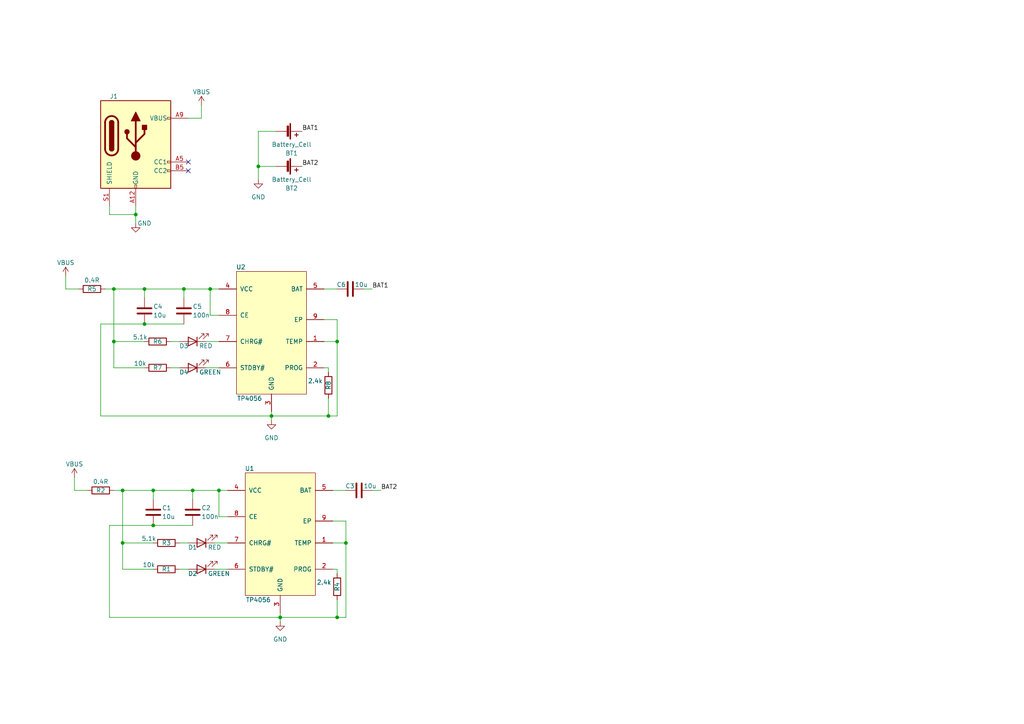
<source format=kicad_sch>
(kicad_sch (version 20230121) (generator eeschema)
  (paper "A4")
  (title_block (date "2023-12-04"))
  (lib_symbols
    (symbol "Connector:USB_C_Receptacle_PowerOnly_6P" (pin_names (offset 1.016))
      (property "Reference" "J" (at 0 16.51 0))
      (property "Value" "USB_C_Receptacle_PowerOnly_6P" (at 0 13.97 0))
      (symbol "USB_C_Receptacle_PowerOnly_6P_0_0"
        (rectangle (start -0.254 -12.7) (end 0.254 -11.684))
        (rectangle (start 10.16 -7.366) (end 9.144 -7.874))
        (rectangle (start 10.16 -4.826) (end 9.144 -5.334))
        (rectangle (start 10.16 7.874) (end 9.144 7.366))
      )
      (symbol "USB_C_Receptacle_PowerOnly_6P_0_1"
        (rectangle (start -10.16 12.7) (end 10.16 -12.7) (stroke (width 0.254)) (fill (type background)))
        (arc (start -8.89 -1.27) (mid -6.985 -3.1667) (end -5.08 -1.27) (stroke (width 0.508)))
        (arc (start -7.62 -1.27) (mid -6.985 -1.9023) (end -6.35 -1.27) (stroke (width 0.254)))
        (arc (start -7.62 -1.27) (mid -6.985 -1.9023) (end -6.35 -1.27) (stroke (width 0.254)) (fill (type outline)))
        (rectangle (start -7.62 -1.27) (end -6.35 6.35) (stroke (width 0.254)) (fill (type outline)))
        (arc (start -6.35 6.35) (mid -6.985 6.9823) (end -7.62 6.35) (stroke (width 0.254)))
        (arc (start -6.35 6.35) (mid -6.985 6.9823) (end -7.62 6.35) (stroke (width 0.254)) (fill (type outline)))
        (arc (start -5.08 6.35) (mid -6.985 8.2467) (end -8.89 6.35) (stroke (width 0.508)))
        (circle (center -2.54 3.683) (radius 0.635) (stroke (width 0.254)) (fill (type outline)))
        (circle (center 0 -3.302) (radius 1.27) (fill (type outline)))
        (polyline (pts (xy -8.89 -1.27) (xy -8.89 6.35)) (stroke (width 0.508)))
        (polyline (pts (xy -5.08 6.35) (xy -5.08 -1.27)) (stroke (width 0.508)))
        (polyline (pts (xy 0 -3.302) (xy 0 6.858)) (stroke (width 0.508)))
        (polyline (pts (xy 0 -0.762) (xy -2.54 1.778) (xy -2.54 3.048)) (stroke (width 0.508)))
        (polyline (pts (xy 0 0.508) (xy 2.54 3.048) (xy 2.54 4.318)) (stroke (width 0.508)))
        (polyline (pts (xy -1.27 6.858) (xy 0 9.398) (xy 1.27 6.858) (xy -1.27 6.858)) (stroke (width 0.254)) (fill (type outline)))
        (rectangle (start 1.905 4.318) (end 3.175 5.588) (stroke (width 0.254)) (fill (type outline)))
      )
      (symbol "USB_C_Receptacle_PowerOnly_6P_1_1"
        (pin passive line (at 0 -17.78 90) (length 5.08) (name "GND") (number "A12"))
        (pin bidirectional line (at 15.24 -5.08 180) (length 5.08) (name "CC1") (number "A5"))
        (pin passive line (at 15.24 7.62 180) (length 5.08) (name "VBUS") (number "A9"))
        (pin passive line (at 0 -17.78 90) (length 5.08) hide (name "GND") (number "B12"))
        (pin bidirectional line (at 15.24 -7.62 180) (length 5.08) (name "CC2") (number "B5"))
        (pin passive line (at 15.24 7.62 180) (length 5.08) hide (name "VBUS") (number "B9"))
        (pin passive line (at -7.62 -17.78 90) (length 5.08) (name "SHIELD") (number "S1"))
      )
    )
    (symbol "Device:Battery_Cell" (pin_numbers hide) (pin_names (offset 0) hide)
      (property "Reference" "BT" (at 2.54 2.54 0))
      (property "Value" "Battery_Cell" (at 2.54 0 0))
      (symbol "Battery_Cell_0_1"
        (rectangle (start -2.286 1.778) (end 2.286 1.524) (fill (type outline)))
        (rectangle (start -1.5748 1.1938) (end 1.4732 0.6858) (fill (type outline)))
        (polyline (pts (xy 0 0.762) (xy 0 0)))
        (polyline (pts (xy 0 1.778) (xy 0 2.54)))
        (polyline (pts (xy 0.508 3.429) (xy 1.524 3.429)) (stroke (width 0.254)))
        (polyline (pts (xy 1.016 3.937) (xy 1.016 2.921)) (stroke (width 0.254)))
      )
      (symbol "Battery_Cell_1_1"
        (pin passive line (at 0 5.08 270) (length 2.54) (name "+") (number "1"))
        (pin passive line (at 0 -2.54 90) (length 2.54) (name "-") (number "2"))
      )
    )
    (symbol "Device:C" (pin_numbers hide) (pin_names (offset 0.254))
      (property "Reference" "C" (at 0.635 2.54 0))
      (property "Value" "C" (at 0.635 -2.54 0))
      (symbol "C_0_1"
        (polyline (pts (xy -2.032 -0.762) (xy 2.032 -0.762)) (stroke (width 0.508)))
        (polyline (pts (xy -2.032 0.762) (xy 2.032 0.762)) (stroke (width 0.508)))
      )
      (symbol "C_1_1"
        (pin passive line (at 0 3.81 270) (length 2.794) (name "~") (number "1"))
        (pin passive line (at 0 -3.81 90) (length 2.794) (name "~") (number "2"))
      )
    )
    (symbol "Device:LED" (pin_numbers hide) (pin_names (offset 1.016) hide)
      (property "Reference" "D" (at 0 2.54 0))
      (property "Value" "LED" (at 0 -2.54 0))
      (symbol "LED_0_1"
        (polyline (pts (xy -1.27 -1.27) (xy -1.27 1.27)) (stroke (width 0.254)))
        (polyline (pts (xy -1.27 0) (xy 1.27 0)))
        (polyline (pts (xy 1.27 -1.27) (xy 1.27 1.27) (xy -1.27 0) (xy 1.27 -1.27)) (stroke (width 0.254)))
        (polyline (pts (xy -3.048 -0.762) (xy -4.572 -2.286) (xy -3.81 -2.286) (xy -4.572 -2.286) (xy -4.572 -1.524)))
        (polyline (pts (xy -1.778 -0.762) (xy -3.302 -2.286) (xy -2.54 -2.286) (xy -3.302 -2.286) (xy -3.302 -1.524)))
      )
      (symbol "LED_1_1"
        (pin passive line (at -3.81 0 0) (length 2.54) (name "K") (number "1"))
        (pin passive line (at 3.81 0 180) (length 2.54) (name "A") (number "2"))
      )
    )
    (symbol "Device:R" (pin_numbers hide) (pin_names (offset 0))
      (property "Reference" "R" (at 2.032 0 90))
      (property "Value" "R" (at 0 0 90))
      (symbol "R_0_1"
        (rectangle (start -1.016 -2.54) (end 1.016 2.54) (stroke (width 0.254)))
      )
      (symbol "R_1_1"
        (pin passive line (at 0 3.81 270) (length 1.27) (name "~") (number "1"))
        (pin passive line (at 0 -3.81 90) (length 1.27) (name "~") (number "2"))
      )
    )
    (symbol "bat_rf:TP4056" (pin_names (offset 1.016))
      (property "Reference" "U" (at 0 22.86 0))
      (property "Value" "TP4056" (at 0 27.94 0))
      (symbol "TP4056_1_1"
        (rectangle (start -10.16 20.32) (end 10.16 -15.24) (stroke (width 0.1524)) (fill (type background)))
        (pin input line (at 15.24 0 180) (length 5.08) (name "TEMP") (number "1"))
        (pin input line (at 15.24 -7.62 180) (length 5.08) (name "PROG") (number "2"))
        (pin input line (at 0 -20.32 90) (length 5.08) (name "GND") (number "3"))
        (pin input line (at -15.24 15.24 0) (length 5.08) (name "VCC") (number "4"))
        (pin input line (at 15.24 15.24 180) (length 5.08) (name "BAT") (number "5"))
        (pin input line (at -15.24 -7.62 0) (length 5.08) (name "STDBY#") (number "6"))
        (pin input line (at -15.24 0 0) (length 5.08) (name "CHRG#") (number "7"))
        (pin input line (at -15.24 7.62 0) (length 5.08) (name "CE") (number "8"))
        (pin input line (at 15.24 6.35 180) (length 5.08) (name "EP") (number "9"))
      )
    )
    (symbol "power:GND" (power) (pin_names (offset 0))
      (property "Value" "GND" (at 0 -3.81 0))
      (symbol "GND_0_1"
        (polyline (pts (xy 0 0) (xy 0 -1.27) (xy 1.27 -1.27) (xy 0 -2.54) (xy -1.27 -1.27) (xy 0 -1.27)))
      )
      (symbol "GND_1_1"
        (pin power_in line (at 0 0 270) (length 0) hide (name "GND") (number "1"))
      )
    )
    (symbol "power:VBUS" (power) (pin_names (offset 0))
      (property "Value" "VBUS" (at 0 3.81 0))
      (symbol "VBUS_0_1"
        (polyline (pts (xy -0.762 1.27) (xy 0 2.54)))
        (polyline (pts (xy 0 0) (xy 0 2.54)))
        (polyline (pts (xy 0 2.54) (xy 0.762 1.27)))
      )
      (symbol "VBUS_1_1"
        (pin power_in line (at 0 0 90) (length 0) hide (name "VBUS") (number "1"))
      )
    )
  )
  (junction (at 60.96 83.82))
  (junction (at 41.91 93.98))
  (junction (at 33.02 99.06))
  (junction (at 41.91 83.82))
  (junction (at 63.5 142.24))
  (junction (at 78.74 120.65))
  (junction (at 97.79 99.06))
  (junction (at 44.45 152.4))
  (junction (at 97.79 179.07))
  (junction (at 81.28 179.07))
  (junction (at 39.37 62.23))
  (junction (at 35.56 142.24))
  (junction (at 53.34 83.82))
  (junction (at 74.93 48.26))
  (junction (at 100.33 157.48))
  (junction (at 44.45 142.24))
  (junction (at 55.88 142.24))
  (junction (at 35.56 157.48))
  (junction (at 95.25 120.65))
  (junction (at 33.02 83.82))
  (no_connect (at 54.61 46.99))
  (no_connect (at 54.61 49.53))
  (wire (pts (xy 44.45 142.24) (xy 44.45 144.78)))
  (wire (pts (xy 33.02 99.06) (xy 33.02 106.68)))
  (wire (pts (xy 31.75 152.4) (xy 31.75 179.07)))
  (wire (pts (xy 107.95 142.24) (xy 110.49 142.24)))
  (wire (pts (xy 63.5 149.86) (xy 63.5 142.24)))
  (wire (pts (xy 35.56 142.24) (xy 44.45 142.24)))
  (wire (pts (xy 39.37 62.23) (xy 39.37 64.77)))
  (wire (pts (xy 53.34 83.82) (xy 60.96 83.82)))
  (wire (pts (xy 100.33 179.07) (xy 97.79 179.07)))
  (wire (pts (xy 53.34 93.98) (xy 41.91 93.98)))
  (wire (pts (xy 35.56 142.24) (xy 35.56 157.48)))
  (wire (pts (xy 97.79 83.82) (xy 93.98 83.82)))
  (wire (pts (xy 97.79 99.06) (xy 97.79 120.65)))
  (wire (pts (xy 41.91 93.98) (xy 29.21 93.98)))
  (wire (pts (xy 97.79 92.71) (xy 93.98 92.71)))
  (wire (pts (xy 100.33 157.48) (xy 100.33 179.07)))
  (wire (pts (xy 78.74 119.38) (xy 78.74 120.65)))
  (wire (pts (xy 80.01 48.26) (xy 74.93 48.26)))
  (wire (pts (xy 41.91 83.82) (xy 41.91 86.36)))
  (wire (pts (xy 31.75 59.69) (xy 31.75 62.23)))
  (wire (pts (xy 97.79 99.06) (xy 97.79 92.71)))
  (wire (pts (xy 21.59 142.24) (xy 25.4 142.24)))
  (wire (pts (xy 58.42 34.29) (xy 54.61 34.29)))
  (wire (pts (xy 53.34 83.82) (xy 53.34 86.36)))
  (wire (pts (xy 59.69 99.06) (xy 63.5 99.06)))
  (wire (pts (xy 66.04 149.86) (xy 63.5 149.86)))
  (wire (pts (xy 93.98 99.06) (xy 97.79 99.06)))
  (wire (pts (xy 95.25 115.57) (xy 95.25 120.65)))
  (wire (pts (xy 29.21 93.98) (xy 29.21 120.65)))
  (wire (pts (xy 62.23 165.1) (xy 66.04 165.1)))
  (wire (pts (xy 55.88 142.24) (xy 55.88 144.78)))
  (wire (pts (xy 55.88 142.24) (xy 63.5 142.24)))
  (wire (pts (xy 100.33 157.48) (xy 100.33 151.13)))
  (wire (pts (xy 44.45 142.24) (xy 55.88 142.24)))
  (wire (pts (xy 31.75 179.07) (xy 81.28 179.07)))
  (wire (pts (xy 29.21 120.65) (xy 78.74 120.65)))
  (wire (pts (xy 97.79 120.65) (xy 95.25 120.65)))
  (wire (pts (xy 59.69 106.68) (xy 63.5 106.68)))
  (wire (pts (xy 62.23 157.48) (xy 66.04 157.48)))
  (wire (pts (xy 95.25 106.68) (xy 93.98 106.68)))
  (wire (pts (xy 63.5 142.24) (xy 66.04 142.24)))
  (wire (pts (xy 49.53 99.06) (xy 52.07 99.06)))
  (wire (pts (xy 55.88 152.4) (xy 44.45 152.4)))
  (wire (pts (xy 97.79 173.99) (xy 97.79 179.07)))
  (wire (pts (xy 100.33 142.24) (xy 96.52 142.24)))
  (wire (pts (xy 33.02 99.06) (xy 41.91 99.06)))
  (wire (pts (xy 74.93 48.26) (xy 74.93 52.07)))
  (wire (pts (xy 105.41 83.82) (xy 107.95 83.82)))
  (wire (pts (xy 21.59 138.43) (xy 21.59 142.24)))
  (wire (pts (xy 33.02 83.82) (xy 33.02 99.06)))
  (wire (pts (xy 33.02 142.24) (xy 35.56 142.24)))
  (wire (pts (xy 30.48 83.82) (xy 33.02 83.82)))
  (wire (pts (xy 78.74 120.65) (xy 78.74 121.92)))
  (wire (pts (xy 60.96 83.82) (xy 63.5 83.82)))
  (wire (pts (xy 19.05 80.01) (xy 19.05 83.82)))
  (wire (pts (xy 35.56 165.1) (xy 44.45 165.1)))
  (wire (pts (xy 80.01 38.1) (xy 74.93 38.1)))
  (wire (pts (xy 41.91 83.82) (xy 53.34 83.82)))
  (wire (pts (xy 81.28 179.07) (xy 81.28 180.34)))
  (wire (pts (xy 39.37 59.69) (xy 39.37 62.23)))
  (wire (pts (xy 60.96 91.44) (xy 60.96 83.82)))
  (wire (pts (xy 81.28 177.8) (xy 81.28 179.07)))
  (wire (pts (xy 52.07 157.48) (xy 54.61 157.48)))
  (wire (pts (xy 96.52 157.48) (xy 100.33 157.48)))
  (wire (pts (xy 52.07 165.1) (xy 54.61 165.1)))
  (wire (pts (xy 97.79 165.1) (xy 96.52 165.1)))
  (wire (pts (xy 35.56 157.48) (xy 35.56 165.1)))
  (wire (pts (xy 95.25 107.95) (xy 95.25 106.68)))
  (wire (pts (xy 19.05 83.82) (xy 22.86 83.82)))
  (wire (pts (xy 35.56 157.48) (xy 44.45 157.48)))
  (wire (pts (xy 100.33 151.13) (xy 96.52 151.13)))
  (wire (pts (xy 33.02 83.82) (xy 41.91 83.82)))
  (wire (pts (xy 31.75 62.23) (xy 39.37 62.23)))
  (wire (pts (xy 33.02 106.68) (xy 41.91 106.68)))
  (wire (pts (xy 63.5 91.44) (xy 60.96 91.44)))
  (wire (pts (xy 97.79 166.37) (xy 97.79 165.1)))
  (wire (pts (xy 58.42 30.48) (xy 58.42 34.29)))
  (wire (pts (xy 49.53 106.68) (xy 52.07 106.68)))
  (wire (pts (xy 97.79 179.07) (xy 81.28 179.07)))
  (wire (pts (xy 95.25 120.65) (xy 78.74 120.65)))
  (wire (pts (xy 74.93 38.1) (xy 74.93 48.26)))
  (wire (pts (xy 44.45 152.4) (xy 31.75 152.4)))
  (label "BAT1" (at 107.95 83.82 0))
  (label "BAT1" (at 87.63 38.1 0))
  (label "BAT2" (at 87.63 48.26 0))
  (label "BAT2" (at 110.49 142.24 0))
  (symbol (lib_id "power:GND") (at 39.37 64.77 0) (unit 1)
    (property "Reference" "#PWR02" (effects hide))
    (property "Value" "GND" (at 41.91 64.77 0))
  )
  (symbol (lib_id "power:GND") (at 78.74 121.92 0) (unit 1)
    (property "Reference" "#PWR07" (effects hide))
    (property "Value" "GND" (at 78.74 127 0))
  )
  (symbol (lib_id "Device:LED") (at 55.88 106.68 180) (unit 1)
    (property "Reference" "D4" (at 53.34 107.95 0))
    (property "Value" "GREEN" (at 60.96 107.95 0))
  )
  (symbol (lib_id "Device:R") (at 45.72 106.68 90) (unit 1)
    (property "Reference" "R7" (at 45.72 106.68 90))
    (property "Value" "10k" (at 40.64 105.41 90))
    (property "Footprint" "Resistor_SMD:R_0603_1608Metric_Pad0.98x0.95mm_HandSolder" (effects hide))
  )
  (symbol (lib_id "power:VBUS") (at 19.05 80.01 0) (unit 1)
    (property "Reference" "#PWR06" (effects hide))
    (property "Value" "VBUS" (at 19.05 76.2 0))
  )
  (symbol (lib_id "Device:R") (at 29.21 142.24 90) (unit 1)
    (property "Reference" "R2" (at 29.21 142.24 90))
    (property "Value" "0.4R" (at 29.21 139.7 90))
    (property "Footprint" "Resistor_SMD:R_0603_1608Metric_Pad0.98x0.95mm_HandSolder" (effects hide))
  )
  (symbol (lib_id "bat_rf:TP4056") (at 78.74 99.06 0) (unit 1)
    (property "Reference" "U2" (at 69.85 77.47 0))
    (property "Value" "TP4056" (at 72.39 115.57 0))
    (property "Footprint" "bat_rf:ESOP-8_L4.9-W3.9-P1.27-LS6.0-BL-EP" (effects hide))
    (property "Datasheet" "http://www.szlcsc.com/product/details_17264.html" (effects hide))
    (property "SuppliersPartNumber" "C16581" (effects hide))
    (property "uuid" "std:f5fb5a24e9edc515352eb800d4f925df" (effects hide))
  )
  (symbol (lib_id "Device:R") (at 45.72 99.06 90) (unit 1)
    (property "Reference" "R6" (at 45.72 99.06 90))
    (property "Value" "5.1k" (at 40.64 97.79 90))
    (property "Footprint" "Resistor_SMD:R_0603_1608Metric_Pad0.98x0.95mm_HandSolder" (effects hide))
  )
  (symbol (lib_id "Device:C") (at 44.45 148.59 0) (unit 1)
    (property "Reference" "C1" (at 46.99 147.32 0) (effects (justify left)))
    (property "Value" "10u" (at 46.99 149.86 0) (effects (justify left)))
    (property "Footprint" "Capacitor_SMD:C_0603_1608Metric_Pad1.08x0.95mm_HandSolder" (effects hide))
  )
  (symbol (lib_id "Device:R") (at 48.26 165.1 90) (unit 1)
    (property "Reference" "R1" (at 48.26 165.1 90))
    (property "Value" "10k" (at 43.18 163.83 90))
    (property "Footprint" "Resistor_SMD:R_0603_1608Metric_Pad0.98x0.95mm_HandSolder" (effects hide))
  )
  (symbol (lib_id "Connector:USB_C_Receptacle_PowerOnly_6P") (at 39.37 41.91 0) (unit 1)
    (property "Reference" "J1" (at 33.02 27.94 0))
    (property "Value" "USB_C_Receptacle_PowerOnly_6P" (effects hide))
    (property "Footprint" "bat_rf:GCT_USB4515-GF-A_REVA" (effects hide))
    (property "Datasheet" "https://www.usb.org/sites/default/files/documents/usb_type-c.zip" (effects hide))
  )
  (symbol (lib_id "Device:C") (at 104.14 142.24 90) (unit 1)
    (property "Reference" "C3" (at 102.87 140.97 90) (effects (justify left)))
    (property "Value" "10u" (at 109.22 140.97 90) (effects (justify left)))
    (property "Footprint" "Capacitor_SMD:C_0603_1608Metric_Pad1.08x0.95mm_HandSolder" (effects hide))
  )
  (symbol (lib_id "Device:C") (at 41.91 90.17 0) (unit 1)
    (property "Reference" "C4" (at 44.45 88.9 0) (effects (justify left)))
    (property "Value" "10u" (at 44.45 91.44 0) (effects (justify left)))
    (property "Footprint" "Capacitor_SMD:C_0603_1608Metric_Pad1.08x0.95mm_HandSolder" (effects hide))
  )
  (symbol (lib_id "Device:Battery_Cell") (at 82.55 38.1 270) (unit 1)
    (property "Reference" "BT1" (at 84.582 44.45 90))
    (property "Value" "Battery_Cell" (at 84.582 41.91 90))
  )
  (symbol (lib_id "Device:C") (at 53.34 90.17 0) (unit 1)
    (property "Reference" "C5" (at 55.88 88.9 0) (effects (justify left)))
    (property "Value" "100n" (at 55.88 91.44 0) (effects (justify left)))
    (property "Footprint" "Capacitor_SMD:C_0603_1608Metric_Pad1.08x0.95mm_HandSolder" (effects hide))
  )
  (symbol (lib_id "power:VBUS") (at 58.42 30.48 0) (unit 1)
    (property "Reference" "#PWR01" (effects hide))
    (property "Value" "VBUS" (at 58.42 26.67 0))
  )
  (symbol (lib_id "power:GND") (at 81.28 180.34 0) (unit 1)
    (property "Reference" "#PWR04" (effects hide))
    (property "Value" "GND" (at 81.28 185.42 0))
  )
  (symbol (lib_id "Device:R") (at 48.26 157.48 90) (unit 1)
    (property "Reference" "R3" (at 48.26 157.48 90))
    (property "Value" "5.1k" (at 43.18 156.21 90))
    (property "Footprint" "Resistor_SMD:R_0603_1608Metric_Pad0.98x0.95mm_HandSolder" (effects hide))
  )
  (symbol (lib_id "power:GND") (at 74.93 52.07 0) (unit 1)
    (property "Reference" "#PWR05" (effects hide))
    (property "Value" "GND" (at 74.93 57.15 0))
  )
  (symbol (lib_id "Device:C") (at 55.88 148.59 0) (unit 1)
    (property "Reference" "C2" (at 58.42 147.32 0) (effects (justify left)))
    (property "Value" "100n" (at 58.42 149.86 0) (effects (justify left)))
    (property "Footprint" "Capacitor_SMD:C_0603_1608Metric_Pad1.08x0.95mm_HandSolder" (effects hide))
  )
  (symbol (lib_id "Device:Battery_Cell") (at 82.55 48.26 270) (unit 1)
    (property "Reference" "BT2" (at 84.582 54.61 90))
    (property "Value" "Battery_Cell" (at 84.582 52.07 90))
  )
  (symbol (lib_id "Device:R") (at 26.67 83.82 90) (unit 1)
    (property "Reference" "R5" (at 26.67 83.82 90))
    (property "Value" "0.4R" (at 26.67 81.28 90))
    (property "Footprint" "Resistor_SMD:R_0603_1608Metric_Pad0.98x0.95mm_HandSolder" (effects hide))
  )
  (symbol (lib_id "Device:LED") (at 58.42 165.1 180) (unit 1)
    (property "Reference" "D2" (at 55.88 166.37 0))
    (property "Value" "GREEN" (at 63.5 166.37 0))
  )
  (symbol (lib_id "Device:R") (at 95.25 111.76 180) (unit 1)
    (property "Reference" "R8" (at 95.25 111.76 90))
    (property "Value" "2.4k" (at 91.44 110.49 0))
    (property "Footprint" "Resistor_SMD:R_0603_1608Metric_Pad0.98x0.95mm_HandSolder" (effects hide))
  )
  (symbol (lib_id "Device:LED") (at 55.88 99.06 180) (unit 1)
    (property "Reference" "D3" (at 53.34 100.33 0))
    (property "Value" "RED" (at 59.69 100.33 0))
  )
  (symbol (lib_id "Device:R") (at 97.79 170.18 180) (unit 1)
    (property "Reference" "R4" (at 97.79 170.18 90))
    (property "Value" "2.4k" (at 93.98 168.91 0))
    (property "Footprint" "Resistor_SMD:R_0603_1608Metric_Pad0.98x0.95mm_HandSolder" (effects hide))
  )
  (symbol (lib_id "Device:C") (at 101.6 83.82 90) (unit 1)
    (property "Reference" "C6" (at 100.33 82.55 90) (effects (justify left)))
    (property "Value" "10u" (at 106.68 82.55 90) (effects (justify left)))
    (property "Footprint" "Capacitor_SMD:C_0603_1608Metric_Pad1.08x0.95mm_HandSolder" (effects hide))
  )
  (symbol (lib_id "bat_rf:TP4056") (at 81.28 157.48 0) (unit 1)
    (property "Reference" "U1" (at 72.39 135.89 0))
    (property "Value" "TP4056" (at 74.93 173.99 0))
    (property "Footprint" "bat_rf:ESOP-8_L4.9-W3.9-P1.27-LS6.0-BL-EP" (effects hide))
    (property "Datasheet" "http://www.szlcsc.com/product/details_17264.html" (effects hide))
    (property "SuppliersPartNumber" "C16581" (effects hide))
    (property "uuid" "std:f5fb5a24e9edc515352eb800d4f925df" (effects hide))
  )
  (symbol (lib_id "Device:LED") (at 58.42 157.48 180) (unit 1)
    (property "Reference" "D1" (at 55.88 158.75 0))
    (property "Value" "RED" (at 62.23 158.75 0))
  )
  (symbol (lib_id "power:VBUS") (at 21.59 138.43 0) (unit 1)
    (property "Reference" "#PWR03" (effects hide))
    (property "Value" "VBUS" (at 21.59 134.62 0))
  )
)
</source>
